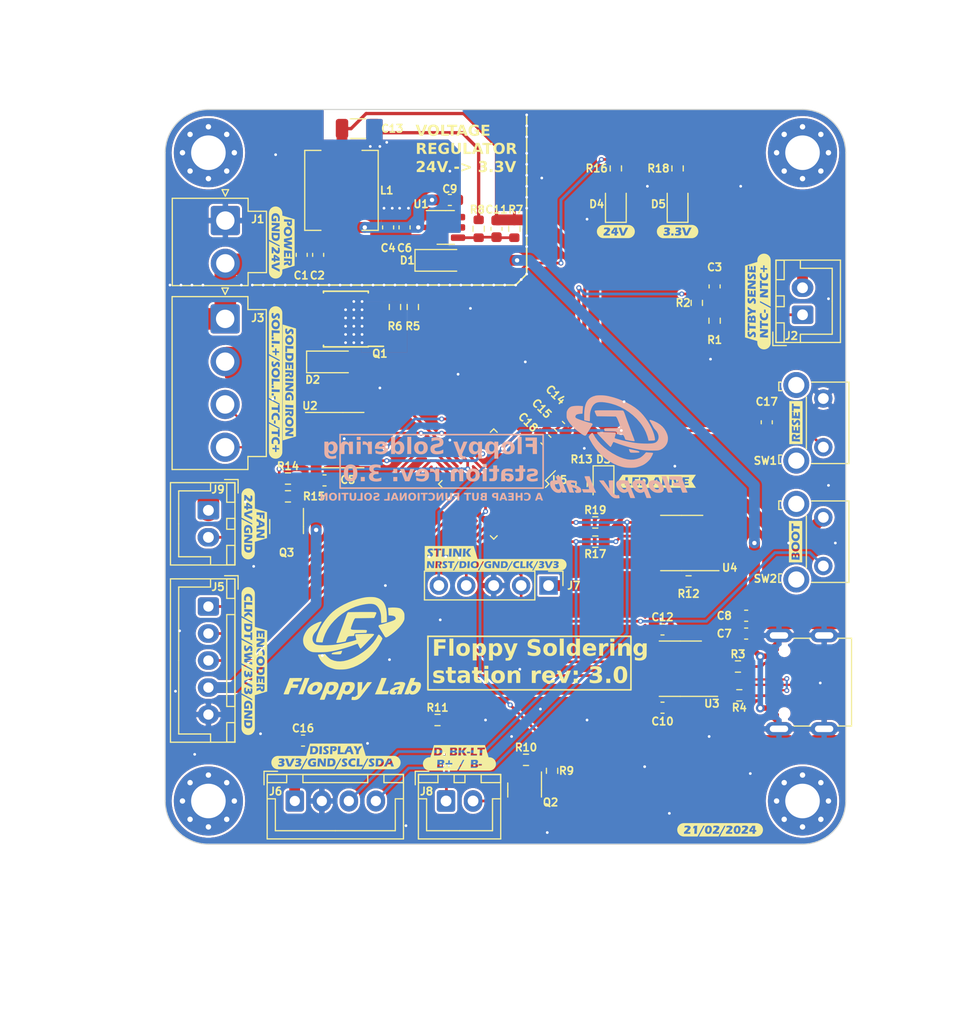
<source format=kicad_pcb>
(kicad_pcb (version 20240108) (generator "pcbnew") (generator_version "8.0")
  (title_block (title "Floppy Soldering Station 3.0") (date "2024-02-20") (rev "1.0") (company "Floppy  Lab"))
  (layers (0 "F.Cu" signal) (31 "B.Cu" signal) (34 "B.Paste" user) (35 "F.Paste" user) (36 "B.SilkS" user "B.Silkscreen") (37 "F.SilkS" user "F.Silkscreen") (38 "B.Mask" user) (39 "F.Mask" user) (44 "Edge.Cuts" user))
  (net 0 "")
  (net 1 "+24V")
  (net 2 "GND")
  (net 3 "/STBY_NTC")
  (net 4 "+3V3")
  (net 5 "VBUS")
  (net 6 "/NRST")
  (net 7 "/STILO+")
  (net 8 "Net-(D3-A)")
  (net 9 "Net-(D4-A)")
  (net 10 "Net-(D5-A)")
  (net 11 "Net-(J2-Pin_1)")
  (net 12 "/T{slash}C+")
  (net 14 "Net-(J4-CC1)")
  (net 15 "/D-")
  (net 16 "/D+")
  (net 18 "Net-(J4-CC2)")
  (net 19 "/ENCODER_CLK")
  (net 20 "/ENCODER_DT")
  (net 21 "/ENCODER_SW")
  (net 22 "/I2C1_SCL")
  (net 23 "/I2C1_SDA")
  (net 24 "/PA14{slash}SWCLK{slash}BOOT0")
  (net 25 "/PA13{slash}SWDIO")
  (net 26 "Net-(J8-Pin_1)")
  (net 27 "Net-(J8-Pin_2)")
  (net 28 "Net-(J9-Pin_2)")
  (net 29 "Net-(Q1-G)")
  (net 30 "Net-(Q2-G)")
  (net 31 "Net-(Q3-G)")
  (net 32 "/STILO_PWM")
  (net 33 "/BUCKLIGHT_PWM")
  (net 34 "/WP")
  (net 35 "Net-(U5-PC15)")
  (net 36 "/FAN_PWM")
  (net 39 "/MCU_RX")
  (net 40 "/MCU_TX")
  (net 48 "/STILO_TEMP_CSN")
  (net 49 "/STILO_TEMP_SCK")
  (net 50 "/STILO_TEMP_MISO")
  (net 71 "/T{slash}C-")
  (net 72 "/BUCK_BOOT")
  (net 73 "/BUCK_SW")
  (net 74 "/BUCK_FBK")
  (footprint "Connector_PinHeader_2.54mm:PinHeader_1x05_P2.54mm_Vertical" (layer "F.Cu") (at 159.491 106.061 -90)
    (property "Reference" "J7")
    (property "Value" "ST-LINK")
  )
  (footprint "kibuzzard-65D5D7E7" (layer "F.Cu") (at 171.434 73.295)
    (property "Reference" "kibuzzard-65D5D7E7" (hide yes))
    (property "Value" "G***" (hide yes))
  )
  (footprint "Capacitor_SMD:C_1206_3216Metric" (layer "F.Cu") (at 141.843 63.77)
    (property "Reference" "C13")
    (property "Value" "47u")
  )
  (footprint "MountingHole:MountingHole_3.2mm_M3_Pad_Via" (layer "F.Cu") (at 128 126 -90)
    (property "Reference" "H2" (hide yes))
    (property "Value" "MountingHole")
  )
  (footprint "Capacitor_SMD:C_0603_1608Metric" (layer "F.Cu") (at 138.16 75.454 90)
    (property "Reference" "C2")
    (property "Value" "100n")
  )
  (footprint "Connector_JST:JST_XH_B2B-XH-A_1x02_P2.50mm_Vertical" (layer "F.Cu") (at 183 81 90)
    (property "Reference" "J2")
    (property "Value" "NTC STBY")
  )
  (footprint "Resistor_SMD:R_0603_1608Metric" (layer "F.Cu") (at 153.019 73.041 -90)
    (property "Reference" "R8")
    (property "Value" "22.1k")
  )
  (footprint "Resistor_SMD:R_0603_1608Metric" (layer "F.Cu") (at 163.814 101.997)
    (property "Reference" "R17")
    (property "Value" "5.1k")
  )
  (footprint "Connector_JST:JST_XH_B2B-XH-A_1x02_P2.50mm_Vertical" (layer "F.Cu") (at 150 126)
    (property "Reference" "J8")
    (property "Value" "DISPLAY BUCKLIGHT")
  )
  (footprint "MountingHole:MountingHole_3.2mm_M3_Pad_Via" (layer "F.Cu") (at 128 66 -90)
    (property "Reference" "H1" (hide yes))
    (property "Value" "MountingHole")
  )
  (footprint "Resistor_SMD:R_0603_1608Metric" (layer "F.Cu") (at 174.863 81.55 -90)
    (property "Reference" "R1")
    (property "Value" "1k")
  )
  (footprint "Capacitor_SMD:C_0603_1608Metric" (layer "F.Cu") (at 146.161 72.914 90)
    (property "Reference" "C6")
    (property "Value" "100n")
  )
  (footprint "Package_QFP:LQFP-48_7x7mm_P0.5mm" (layer "F.Cu") (at 154.416 96.663 -135)
    (property "Reference" "U5")
    (property "Value" "STM32G070CBTx")
  )
  (footprint "Package_TO_SOT_SMD:SOT-23" (layer "F.Cu") (at 157.274 124.984 -90)
    (property "Reference" "Q2")
    (property "Value" "AO3400A")
  )
  (footprint "kibuzzard-65D5D52E" (layer "F.Cu") (at 179.435 79.772 90)
    (property "Reference" "kibuzzard-65D5D52E" (hide yes))
    (property "Value" "G***" (hide yes))
  )
  (footprint "Resistor_SMD:R_0603_1608Metric" (layer "F.Cu") (at 162.544 96.663 -90)
    (property "Reference" "R13")
    (property "Value" "1k")
  )
  (footprint "kibuzzard-65D5D557" (layer "F.Cu") (at 182.356 101.997 90)
    (property "Reference" "kibuzzard-65D5D557" (hide yes))
    (property "Value" "G***" (hide yes))
  )
  (footprint "Resistor_SMD:R_0603_1608Metric" (layer "F.Cu") (at 177.149 116.221 180)
    (property "Reference" "R4")
    (property "Value" "5.1k")
  )
  (footprint "Connector_JST:JST_XH_B4B-XH-A_1x04_P2.50mm_Vertical" (layer "F.Cu") (at 136 126)
    (property "Reference" "J6")
    (property "Value" "DISPLAY")
  )
  (footprint "Connector_JST:JST_XH_B5B-XH-A_1x05_P2.50mm_Vertical" (layer "F.Cu") (at 128 108 -90)
    (property "Reference" "J5")
    (property "Value" "ENCODER")
  )
  (footprint "Capacitor_SMD:C_0603_1608Metric" (layer "F.Cu") (at 170.037 110.125)
    (property "Reference" "C12")
    (property "Value" "100n")
  )
  (footprint "Capacitor_SMD:C_0603_1608Metric" (layer "F.Cu") (at 174.863 78.375 90)
    (property "Reference" "C3")
    (property "Value" "4.7u")
  )
  (footprint "Capacitor_SMD:C_0603_1608Metric" (layer "F.Cu") (at 161.782 90.059 135)
    (property "Reference" "C14")
    (property "Value" "4.7u")
  )
  (footprint "Inductor_SMD:L_Abracon_ASPI-0630LR" (layer "F.Cu") (at 140.319 69.485 90)
    (property "Reference" "L1")
    (property "Value" "FXL0630-100-M")
  )
  (footprint "Capacitor_SMD:C_0603_1608Metric" (layer "F.Cu") (at 150.352 70.374)
    (property "Reference" "C9")
    (property "Value" "100n")
  )
  (footprint "Diode_SMD:D_SOD-123F" (layer "F.Cu") (at 139.303 85.36)
    (property "Reference" "D2")
    (property "Value" "SM4007PL")
  )
  (footprint "Resistor_SMD:R_0603_1608Metric" (layer "F.Cu") (at 145.272 80.28 -90)
    (property "Reference" "R6")
    (property "Value" "100k")
  )
  (footprint "kibuzzard-65D5D3BD" (layer "F.Cu") (at 139.811 121.301)
    (property "Reference" "kibuzzard-65D5D3BD" (hide yes))
    (property "Value" "G***" (hide yes))
  )
  (footprint "Resistor_SMD:R_0603_1608Metric" (layer "F.Cu") (at 159.814 123.206 90)
    (property "Reference" "R9")
    (property "Value" "1k")
  )
  (footprint "LED_SMD:LED_0805_2012Metric" (layer "F.Cu") (at 165.719 70.755 90)
    (property "Reference" "D4")
    (property "Value" "24V")
  )
  (footprint "kibuzzard-65D5D366" (layer "F.Cu") (at 132.826 113.046 -90)
    (property "Reference" "kibuzzard-65D5D366" (hide yes))
    (property "Value" "G***" (hide yes))
  )
  (footprint "Resistor_SMD:R_0603_1608Metric" (layer "F.Cu") (at 163.814 100.219 180)
    (property "Reference" "R19")
    (property "Value" "5.1k")
  )
  (footprint "Resistor_SMD:R_0603_1608Metric" (layer "F.Cu") (at 135.366 96.155 180)
    (property "Reference" "R14")
    (property "Value" "1k")
  )
  (footprint "kibuzzard-65D5D5E6" (layer "F.Cu") (at 150.479 103.013)
    (property "Reference" "kibuzzard-65D5D5E6" (hide yes))
    (property "Value" "G***" (hide yes))
  )
  (footprint "MountingHole:MountingHole_3.2mm_M3_Pad_Via" (layer "F.Cu") (at 183 66 -90)
    (property "Reference" "H4" (hide yes))
    (property "Value" "MountingHole")
  )
  (footprint "kibuzzard-65D5CEBD" (layer "F.Cu") (at 131.683 113.046 -90)
    (property "Reference" "kibuzzard-65D5CEBD" (hide yes))
    (property "Value" "G***" (hide yes))
  )
  (footprint "Capacitor_SMD:C_0603_1608Metric" (layer "F.Cu") (at 179.689 90.948 90)
    (property "Reference" "C17")
    (property "Value" "100n")
  )
  (footprint "Resistor_SMD:R_0603_1608Metric" (layer "F.Cu") (at 177.022 113.554)
    (property "Reference" "R3")
    (property "Value" "5.1k")
  )
  (footprint "Button_Switch_THT:SW_SPST_Omron_B3F-315x_Angled" (layer "F.Cu") (at 184.925 99.749999 -90)
    (property "Reference" "SW2")
    (property "Value" "BOOT0")
  )
  (footprint "Capacitor_SMD:C_0603_1608Metric" (layer "F.Cu") (at 159.242 92.599 -45)
    (property "Reference" "C18")
    (property "Value" "100n")
  )
  (footprint "LOGO" (layer "F.Cu") (at 141.716 111.903)
    (property "Reference" "G***" (hide yes))
    (property "Value" "LOGO" (hide yes))
  )
  (footprint "kibuzzard-65D5D69C" (layer "F.Cu") (at 154.591931 104.132479)
    (property "Reference" "kibuzzard-65D5D69C" (hide yes))
    (property "Value" "G***" (hide yes))
  )
  (footprint "Package_TO_SOT_SMD:SOT-23" (layer "F.Cu") (at 135.239 100.6 -90)
    (property "Reference" "Q3")
    (property "Value" "AO3400A")
  )
  (footprint "Package_SO:SOIC-8_3.9x4.9mm_P1.27mm" (layer "F.Cu") (at 140.446 92.599)
    (property "Reference" "U2")
    (property "Value" "MAX6675")
  )
  (footprint "MountingHole:MountingHole_3.2mm_M3_Pad_Via" (layer "F.Cu") (at 183 126 -90)
    (property "Reference" "H3" (hide yes))
    (property "Value" "MountingHole")
  )
  (footprint "Package_SO:SOIC-8_3.9x4.9mm_P1.27mm" (layer "F.Cu") (at 171.688 113.7572 180)
    (property "Reference" "U3")
    (property "Value" "CH340N")
  )
  (footprint "Capacitor_SMD:C_0603_1608Metric" (layer "F.Cu") (at 154.67 73.041 90)
    (property "Reference" "C11")
    (property "Value" "56p")
  )
  (footprint "Connector_JST:JST_XH_B2B-XH-A_1x02_P2.50mm_Vertical" (layer "F.Cu") (at 128 99.097 -90)
    (property "Reference" "J9")
    (property "Value" "FAN")
  )
  (footprint "_MIA:USB_C_304A-ACP16X" (layer "F.Cu") (at 185 115 90)
    (property "Reference" "J4" (hide yes))
    (property "Value" "USB-C_304A-ACP16X")
  )
  (footprint "kibuzzard-65D5D519" (layer "F.Cu") (at 151.241 122.571)
    (property "Reference" "kibuzzard-65D5D519" (hide yes))
    (property "Value" "G***" (hide yes))
  )
  (footprint "kibuzzard-65D5D4B6" (layer "F.Cu") (at 151.241 121.428)
    (property "Reference" "kibuzzard-65D5D4B6" (hide yes))
    (property "Value" "G***" (hide yes))
  )
  (footprint "Capacitor_SMD:C_0603_1608Metric" (layer "F.Cu") (at 144.637 72.914 90)
    (property "Reference" "C4")
    (property "Value" "10u")
  )
  (footprint "Capacitor_SMD:C_0603_1608Metric" (layer "F.Cu") (at 170.037 117.364)
    (property "Reference" "C10")
    (property "Value" "100n")
  )
  (footprint "kibuzzard-65D5D342" (layer "F.Cu") (at 132.826 100.473 -90)
    (property "Reference" "kibuzzard-65D5D342" (hide yes))
    (property "Value" "G***" (hide yes))
  )
  (footprint "kibuzzard-65D5CE26" (layer "F.Cu") (at 134.223 74.311 -90)
    (property "Reference" "kibuzzard-65D5CE26" (hide yes))
    (property "Value" "G***" (hide yes))
  )
  (footprint "_My_ic:PG-DSO-8" (layer "F.Cu") (at 140.827 81.384 180)
    (property "Reference" "Q1")
    (property "Value" "BSO110N03MSG")
  )
  (footprint "Capacitor_SMD:C_0603_1608Metric" (layer "F.Cu") (at 136.763 120.412)
    (property "Reference" "C16")
    (property "Value" "100n")
  )
  (footprint "Resistor_SMD:R_0603_1608Metric" (layer "F.Cu") (at 165.719 67.453 -90)
    (property "Reference" "R16")
    (property "Value" "1k")
  )
  (footprint "LED_SMD:LED_0805_2012Metric" (layer "F.Cu") (at 164.576 96.663 -90)
    (property "Reference" "D3")
    (property "Value" "LED_ALIVE")
  )
  (footprint "Capacitor_SMD:C_0603_1608Metric" (layer "F.Cu") (at 136.636 75.454 90)
    (property "Reference" "C1")
    (property "Value" "10u")
  )
  (footprint "Capacitor_SMD:C_0603_1608Metric" (layer "F.Cu") (at 177.784 108.855 180)
    (property "Reference" "C8")
    (property "Value" "100n")
  )
  (footprint "NetTie:NetTie-2_SMD_Pad0.5mm" (layer "F.Cu") (at 136.255 91.456 -90)
    (property "Reference" "NT1" (hide yes))
    (property "Value" "T/C- to GND" (hide yes))
  )
  (footprint "Resistor_SMD:R_0603_1608Metric" (layer "F.Cu") (at 172.45 105.68)
    (property "Reference" "R12")
    (property "Value" "10k")
  )
  (footprint "kibuzzard-65D5D3CA" (layer "F.Cu") (at 139.811 122.444)
    (property "Reference" "kibuzzard-65D5D3CA" (hide yes))
    (property "Value" "G***" (hide yes))
  )
  (footprint "Resistor_SMD:R_0603_1608Metric" (layer "F.Cu") (at 156.321 73.041 90)
    (property "Reference" "R7")
    (property "Value" "100k")
  )
  (footprint "Button_Switch_THT:SW_SPST_Omron_B3F-315x_Angled" (layer "F.Cu") (at 184.925 88.749999 -90)
    (property "Reference" "SW1")
    (property "Value" "RESET")
  )
  (footprint "Package_TO_SOT_SMD:SOT-23-6" (layer "F.Cu") (at 149.971 72.914)
    (property "Reference" "U1")
    (property "Value" "TPS54202DDC")
  )
  (footprint "Capacitor_SMD:C_0603_1608Metric" (layer "F.Cu") (at 138.749552 96.329745 180)
    (property "Reference" "C5")
    (property "Value" "100n")
  )
  (footprint "kibuzzard-65D5D545" (layer "F.Cu") (at 182.388193 90.978524 90)
    (property "Reference" "kibuzzard-65D5D545" (hide yes))
    (property "Value" "G***" (hide yes))
  )
  (footprint "kibuzzard-65D5D985" (layer "F.Cu") (at 175.371 128.667)
    (property "Reference" "kibuzzard-65D5D985" (hide yes))
    (property "Value" "G***" (hide yes))
  )
  (footprint "kibuzzard-65D5D154" (layer "F.Cu") (at 135.366 74.311 -90)
    (property "Reference" "kibuzzard-65D5D154" (hide yes))
    (property "Value" "G***" (hide yes))
  )
  (footprint "Capacitor_SMD:C_0603_1608Metric" (layer "F.Cu") (at 177.784 110.506 180)
    (property "Reference" "C7")
    (property "Value" "10u")
  )
  (footprint "Resistor_SMD:R_0603_1608Metric" (layer "F.Cu") (at 146.923 80.28 90)
    (property "Reference" "R5")
    (property "Value" "510")
  )
  (footprint "kibuzzard-65D705D3" (layer "F.Cu") (at 169.529 96.409)
    (property "Reference" "kibuzzard-65D705D3" (hide yes))
    (property "Value" "G***" (hide yes))
  )
  (footprint "Connector_JST:JST_VH_B4P-VH-B_1x04_P3.96mm_Vertical" (layer "F.Cu") (at 129.55 81.3795 -90)
    (property "Reference" "J3")
    (property "Value" "STILO")
  )
  (footprint "Diode_SMD:D_SOD-123F" (layer "F.Cu") (at 149.336 75.962)
    (property "Reference" "D1")
    (property "Value" "SM4007PL")
  )
  (footprint "Resistor_SMD:R_0603_1608Metric" (layer "F.Cu") (at 171.434 67.453 -90)
    (property "Reference" "R18")
    (property "Value" "1k")
  )
  (footprint "kibuzzard-65D5D1D2" (layer "F.Cu") (at 134.223 87.265 -90)
    (property "Reference" "kibuzzard-65D5D1D2" (hide yes))
    (property "Value" "G***" (hide yes))
  )
  (footprint "Resistor_SMD:R_0603_1608Metric" (layer "F.Cu") (at 157.401 122.19 180)
    (property "Reference" "R10")
    (property "Value" "100k")
  )
  (footprint "Resistor_SMD:R_0603_1608Metric" (layer "F.Cu") (at 173.212 79.899 90)
    (property "Reference" "R2")
    (property "Value" "1k")
  )
  (footprint "Capacitor_SMD:C_0603_1608Metric" (layer "F.Cu") (at 160.512 91.329 135)
    (property "Reference" "C15")
    (property "Value" "100n")
  )
  (footprint "Resistor_SMD:R_0603_1608Metric" (layer "F.Cu") (at 135.366 97.806 180)
    (property "Reference" "R15")
    (property "Value" "100k")
  )
  (footprint "kibuzzard-65D5D32E" (layer "F.Cu") (at 131.683 100.346 -90)
    (property "Reference" "kibuzzard-65D5D32E" (hide yes))
    (property "Value" "G***" (hide yes))
  )
  (footprint "kibuzzard-65D5D1B7" (layer "F.Cu") (at 135.493 87.265 -90)
    (property "Reference" "kibuzzard-65D5D1B7" (hide yes))
    (property "Value" "G***" (hide yes))
  )
  (footprint "LED_SMD:LED_0805_2012Metric" (layer "F.Cu") (at 171.434 70.755 90)
    (property "Reference" "D5")
    (property "Value" "3V3")
  )
  (footprint "Connector_JST:JST_VH_B2P-VH-B_1x02_P3.96mm_Vertical" (layer "F.Cu") (at 129.566 72.279 -90)
    (property "Reference" "J1")
    (property "Value" "24V")
  )
  (footprint "Resistor_SMD:R_0603_1608Metric" (layer "F.Cu") (at 149.209 118.507 180)
    (property "Reference" "R11")
    (property "Value" "100")
  )
  (footprint "kibuzzard-65D5D4FE" (layer "F.Cu") (at 178.292 79.772 90)
    (property "Reference" "kibuzzard-65D5D4FE" (hide yes))
    (property "Value" "G***" (hide yes))
  )
  (footprint "kibuzzard-65D5D7D5" (layer "F.Cu") (at 165.719 73.295)
    (property "Reference" "kibuzzard-65D5D7D5" (hide yes))
    (property "Value" "G***" (hide yes))
  )
  (footprint "Package_SO:SOIC-8_3.9x4.9mm_P1.27mm" (layer "F.Cu") (at 171.815 102.124 180)
    (property "Reference" "U4")
    (property "Value" "AT24C32")
  )
  (footprint "LOGO" (layer "B.Cu") (at 165.592 93.234 180)
    (property "Reference" "G***" (hide yes))
    (property "Value" "LOGO" (hide yes))
  )
  (gr_rect (start 140.192 92.091) (end 158.988 97.044) (stroke (width 0.15)) (fill none) (layer "B.SilkS"))
  (gr_line (start 157.464 77.232) (end 157.464 62.5) (stroke (width 0.15)) (layer "F.SilkS"))
  (gr_line (start 132.064 78.248) (end 156.448 78.248) (stroke (width 0.15)) (layer "F.SilkS"))
  (gr_rect (start 148.32 110.76) (end 167.116 115.713) (stroke (width 0.15)) (fill none) (layer "F.SilkS"))
  (gr_line (start 156.448 78.248) (end 157.464 77.232) (stroke (width 0.15)) (layer "F.SilkS"))
  (gr_arc (start 183 62) (mid 185.828427 63.171573) (end 187 66) (stroke (width 0.1)) (layer "Edge.Cuts"))
  (gr_arc (start 187 126) (mid 185.828427 128.828427) (end 183 130) (stroke (width 0.1)) (layer "Edge.Cuts"))
  (gr_arc (start 124 66) (mid 125.171573 63.171573) (end 128 62) (stroke (width 0.1)) (layer "Edge.Cuts"))
  (gr_line (start 187 126) (end 187 66) (stroke (width 0.1)) (layer "Edge.Cuts"))
  (gr_line (start 124 66) (end 124 126) (stroke (width 0.1)) (layer "Edge.Cuts"))
  (gr_line (start 128 130) (end 183 130) (stroke (width 0.1)) (layer "Edge.Cuts"))
  (gr_line (start 183 62) (end 128 62) (stroke (width 0.1)) (layer "Edge.Cuts"))
  (gr_arc (start 128 130) (mid 125.171573 128.828427) (end 124 126) (stroke (width 0.1)) (layer "Edge.Cuts"))
  (gr_text "Floppy Soldering\nstation rev: 3.0" (at 158.607 96.663 0) (layer "B.SilkS") (effects (font (size 1.5 1.5)) (justify left bottom mirror)))
  (gr_text "A CHEAP BUT FUNCTIONAL SOLUTION" (at 158.988 98.314 0) (layer "B.SilkS") (effects (font (size 0.7 0.7)) (justify left bottom mirror)))
  (gr_text "Floppy Soldering\nstation rev: 3.0" (at 148.701 115.332 0) (layer "F.SilkS") (effects (font (size 1.5 1.5)) (justify left bottom)))
  (gr_text "VOLTAGE\nREGULATOR\n24V -> 3.3V" (at 147.177 67.961 0) (layer "F.SilkS") (effects (font (size 1 1)) (justify left bottom)))
  (segment (start 128 96.536) (end 126.095 94.631) (width 2) (layer "F.Cu") (net 1))
  (segment (start 156.968 76.839) (end 148.813 76.839) (width 0.254) (layer "F.Cu") (net 1))
  (segment (start 127.4085 81.3795) (end 129.55 81.3795) (width 2) (layer "F.Cu") (net 1))
  (segment (start 157.591 76.216) (end 156.968 76.839) (width 0.254) (layer "F.Cu") (net 1))
  (segment (start 126.095 82.693) (end 127.4085 81.3795) (width 2) (layer "F.Cu") (net 1))
  (segment (start 128 99.097) (end 128 96.536) (width 2) (layer "F.Cu") (net 1))
  (segment (start 160.639 76.216) (end 157.591 76.216) (width 0.254) (layer "F.Cu") (net 1))
  (segment (start 126.095 94.631) (end 126.095 82.693) (width 2) (layer "F.Cu") (net 1))
  (segment (start 148.813 76.839) (end 147.936 75.962) (width 0.254) (layer "F.Cu") (net 1))
  (segment (start 129.656 76.329) (end 135.507 76.329) (width 2) (layer "F.Cu") (net 1))
  (segment (start 164.385 66.628) (end 165.719 66.628) (width 0.254) (layer "F.Cu") (net 1))
  (segment (start 129.566 76.239) (end 129.566 81.3635) (width 2) (layer "F.Cu") (net 1))
  (segment (start 129.566 81.3635) (end 129.55 81.3795) (width 2) (layer "F.Cu") (net 1))
  (segment (start 129.566 76.239) (end 129.656 76.329) (width 2) (layer "F.Cu") (net 1))
  (via (at 160.639 76.216) (size 0.4572) (drill 0.254) (layers "F.Cu" "B.Cu") (net 1))
  (via (at 164.385 66.628) (size 0.4572) (drill 0.254) (layers "F.Cu" "B.Cu") (net 1))
  (segment (start 160.639 70.374) (end 164.385 66.628) (width 0.254) (layer "B.Cu") (net 1))
  (segment (start 160.639 76.216) (end 160.639 70.374) (width 0.254) (layer "B.Cu") (net 1))
  (segment (start 153.019 65.675) (end 151.495 64.151) (width 0.3048) (layer "F.Cu") (net 2))
  (segment (start 143.699 64.151) (end 143.318 63.77) (width 0.3048) (layer "F.Cu") (net 2))
  (segment (start 161.233992 89.510992) (end 159.963992 90.780992) (width 0.254) (layer "F.Cu") (net 2))
  (segment (start 157.182555 93.542891) (end 157.202093 93.542891) (width 0.254) (layer "F.Cu") (net 2))
  (segment (start 180.82 110.68) (end 180.82 111.225) (width 0.508) (layer "F.Cu") (net 2))
  (segment (start 180.82 111.225) (end 180.245 111.8) (width 0.508) (layer "F.Cu") (net 2))
  (segment (start 136.636 74.679) (end 138.16 74.679) (width 0.762) (layer "F.Cu") (net 2))
  (segment (start 151.495 64.151) (end 143.699 64.151) (width 0.3048) (layer "F.Cu") (net 2))
  (segment (start 158.693992 92.050992) (end 159.963992 90.780992) (width 0.254) (layer "F.Cu") (net 2))
  (segment (start 180.82 118.775) (end 180.245 118.2) (width 0.508) (layer "F.Cu") (net 2))
  (segment (start 153.019 72.216) (end 153.019 65.675) (width 0.3048) (layer "F.Cu") (net 2))
  (segment (start 157.202093 93.542891) (end 158.693992 92.050992) (width 0.254) (layer "F.Cu") (net 2))
  (segment (start 180.82 119.32) (end 180.82 118.775) (width 0.508) (layer "F.Cu") (net 2))
  (via (at 132.826 119.777) (size 0.4572) (drill 0.254) (layers "F.Cu" "B.Cu") (net 2))
  (via (at 142.224 82.82) (size 0.4572) (drill 0.254) (layers "F.Cu" "B.Cu") (net 2))
  (via (at 157.464 74.692) (size 0.4572) (drill 0.254) (layers "F.Cu" "B.Cu") (net 2))
  (via (at 145.7038 71.136) (size 0.4572) (drill 0.254) (layers "F.Cu" "B.Cu") (net 2))
  (via (at 157.464 66.056) (size 0.4572) (drill 0.254) (layers "F.Cu" "B.Cu") (net 2))
  (via (at 156.956 77.74) (size 0.4572) (drill 0.254) (layers "F.Cu" "B.Cu") (net 2))
  (via (at 140.7 80.534) (size 0.4572) (drill 0.254) (layers "F.Cu" "B.Cu") (net 2))
  (via (at 157.464 73.676) (size 0.4572) (drill 0.254) (layers "F.Cu" "B.Cu") (net 2))
  (via (at 157.464 63.516) (size 0.4572) (drill 0.254) (layers "F.Cu" "B.Cu") (net 2))
  (via (at 142.986 65.421) (size 0.4572) (drill 0.254) (layers "F.Cu" "B.Cu") (net 2))
  (via (at 155.432 78.248) (size 0.4572) (drill 0.254) (layers "F.Cu" "B.Cu") (net 2))
  (via (at 157.464 70.12) (size 0.4572) (drill 0.254) (layers "F.Cu" "B.Cu") (net 2))
  (via (at 150.352 92.599) (size 0.4572) (drill 0.254) (layers "F.Cu" "B.Cu") (net 2))
  (via (at 177.276 69.104) (size 0.4572) (drill 0.254) (layers "F.Cu" "B.Cu") (net 2))
  (via (at 168.64 69.104) (size 0.4572) (drill 0.254) (layers "F.Cu" "B.Cu") (net 2))
  (via (at 141.462 79.772) (size 0.4572) (drill 0.254) (layers "F.Cu" "B.Cu") (net 2))
  (via (at 149.463 109.236) (size 0.4572) (drill 0.254) (layers "F.Cu" "B.Cu") (net 2))
  (via (at 143.875 65.421) (size 0.4572) (drill 0.254) (layers "F.Cu" "B.Cu") (net 2))
  (via (at 174.482 85.106) (size 0.4572) (drill 0.254) (layers "F.Cu" "B.Cu") (net 2))
  (via (at 142.224 81.296) (size 0.4572) (drill 0.254) (layers "F.Cu" "B.Cu") (net 2))
  (via (at 144.256 71.136) (size 0.4572) (drill 0.254) (layers "F.Cu" "B.Cu") (net 2))
  (via (at 146.5166 71.136) (size 0.4572) (drill 0.254) (layers "F.Cu" "B.Cu") (net 2))
  (via (at 126.476 78.248) (size 0.4572) (drill 0.254) (layers "F.Cu" "B.Cu") (net 2))
  (via (at 141.208 78.248) (size 0.4572) (drill 0.254) (layers "F.Cu" "B.Cu") (net 2))
  (via (at 124.952 115.84) (size 0.4572) (drill 0.254) (layers "F.Cu" "B.Cu") (net 2))
  (via (at 150.352 67.707) (size 0.4572) (drill 0.254) (layers "F.Cu" "B.Cu") (net 2))
  (via (at 163.052 72.152) (size 0.4572) (drill 0.254) (layers "F.Cu" "B.Cu") (net 2))
  (via (at 151.114 86.503) (size 0.4572) (drill 0.254) (layers "F.Cu" "B.Cu") (net 2))
  (via (at 157.464 68.088) (size 0.4572) (drill 0.254) (layers "F.Cu" "B.Cu") (net 2))
  (via (at 134.223 66.183) (size 0.4572) (drill 0.254) (layers "F.Cu" "B.Cu") (net 2))
  (via (at 144.51 65.04) (size 0.4572) (drill 0.254) (layers "F.Cu" "B.Cu") (net 2))
  (via (at 127.492 78.248) (size 0.4572) (drill 0.254) (layers "F.Cu" "B.Cu") (net 2))
  (via (at 151.241 103.521) (size 0.4572) (drill 0.254) (layers "F.Cu" "B.Cu") (net 2))
  (via (at 163.052 118.507) (size 0.4572) (drill 0.254) (layers "F.Cu" "B.Cu") (net 2))
  (via (at 141.462 82.82) (size 0.4572) (drill 0.254) (layers "F.Cu" "B.Cu") (net 2))
  (via (at 133.969 88.789) (size 0.4572) (drill 0.254) (layers "F.Cu" "B.Cu") (net 2))
  (via (at 153.4 78.248) (size 0.4572) (drill 0.254) (layers "F.Cu" "B.Cu") (net 2))
  (via (at 153.654 118.507) (size 0.4572) (drill 0.254) (layers "F.Cu" "B.Cu") (net 2))
  (via (at 144.256 78.248) (size 0.4572) (drill 0.254) (layers "F.Cu" "B.Cu") (net 2))
  (via (at 140.573 92.472) (size 0.4572) (drill 0.254) (layers "F.Cu" "B.Cu") (net 2))
  (via (at 166.481 89.043) (size 0.4572) (drill 0.254) (layers "F.Cu" "B.Cu") (net 2))
  (via (at 152.384 78.248) (size 0.4572) (drill 0.254) (layers "F.Cu" "B.Cu") (net 2))
  (via (at 157.337 85.36) (size 0.4572) (drill 0.254) (layers "F.Cu" "B.Cu") (net 2))
  (via (at 140.192 78.248) (size 0.4572) (drill 0.254) (layers "F.Cu" "B.Cu") (net 2))
  (via (at 140.7 82.82) (size 0.4572) (drill 0.254) (layers "F.Cu" "B.Cu") (net 2))
  (via (at 149.336 78.248) (size 0.4572) (drill 0.254) (layers "F.Cu" "B.Cu") (net 2))
  (via (at 145.272 78.248) (size 0.4572) (drill 0.254) (layers "F.Cu" "B.Cu") (net 2))
  (via (at 125.333 110.252) (size 0.4572) (drill 0.254) (layers "F.Cu" "B.Cu") (net 2))
  (via (at 142.224 80.534) (size 0.4572) (drill 0.254) (layers "F.Cu" "B.Cu") (net 2))
  (via (at 157.464 64.532) (size 0.4572) (drill 0.254) (layers "F.Cu" "B.Cu") (net 2))
  (via (at 140.7 83.582) (size 0.4572) (drill 0.254) (layers "F.Cu" "B.Cu") (net 2))
  (via (at 140.7 81.296) (size 0.4572) (drill 0.254) (layers "F.Cu" "B.Cu") (net 2))
  (via (at 124.444 78.248) (size 0.4572) (drill 0.254) (layers "F.Cu" "B.Cu") (net 2))
  (via (at 142.224 78.248) (size 0.4572) (drill 0.254) (layers "F.Cu" "B.Cu") (net 2))
  (via (at 185.404 96.79) (size 0.4572) (drill 0.254) (layers "F.Cu" "B.Cu") (net 2))
  (via (at 156.829 113.808) (size 0.4572) (drill 0.254) (layers "F.Cu" "B.Cu") (net 2))
  (via (at 156.067 120.031) (size 0.4572) (drill 0.254) (layers "F.Cu" "B.Cu") (net 2))
  (via (at 145.018 71.136) (size 0.4572) (drill 0.254) (layers "F.Cu" "B.Cu") (net 2))
  (via (at 156.448 78.248) (size 0.4572) (drill 0.254) (layers "F.Cu" "B.Cu") (net 2))
  (via (at 143.24 78.248) (size 0.4572) (drill 0.254) (layers "F.Cu" "B.Cu") (net 2))
  (via (at 154.416 78.248) (size 0.4572) (drill 0.254) (layers "F.Cu" "B.Cu") (net 2))
  (via (at 157.464 69.104) (size 0.4572) (drill 0.254) (layers "F.Cu" "B.Cu") (net 2))
  (via (at 158.734 117.491) (size 0.4572) (drill 0.254) (layers "F.Cu" "B.Cu") (net 2))
  (via (at 151.368 78.248) (size 0.4572) (drill 0.254) (layers "F.Cu" "B.Cu") (net 2))
  (via (at 141.462 82.058) (size 0.4572) (drill 0.254) (layers "F.Cu" "B.Cu") (net 2))
  (via (at 181.721 102.124) (size 0.4572) (drill 0.254) (layers "F.Cu" "B.Cu") (net 2))
  (via (at 148.447 103.394) (size 0.4572) (drill 0.254) (layers "F.Cu" "B.Cu") (net 2))
  (via (at 133.08 78.248) (size 0.4572) (drill 0.254) (layers "F.Cu" "B.Cu") (net 2))
  (via (at 141.462 80.534) (size 0.4572) (drill 0.254) (layers "F.Cu" "B.Cu") (net 2))
  (via (at 131.429 98.314) (size 0.4572) (drill 0.254) (layers "F.Cu" "B.Cu") (net 2))
  (via (at 174.355 120.031) (size 0.4572) (drill 0.254) (layers "F.Cu" "B.Cu") (net 2))
  (via (at 144.764 112.919) (size 0.4572) (drill 0.254) (layers "F.Cu" "B.Cu") (net 2))
  (via (at 131.048 78.248) (size 0.4572) (drill 0.254) (layers "F.Cu" "B.Cu") (net 2))
  (via (at 142.224 79.772) (size 0.4572) (drill 0.254) (layers "F.Cu" "B.Cu") (net 2))
  (via (at 184.642 115.078) (size 0.4572) (drill 0.254) (layers "F.Cu" "B.Cu") (net 2))
  (via (at 132.064 78.248) (size 0.4572) (drill 0.254) (layers "F.Cu" "B.Cu") (net 2))
  (via (at 152.257 80.407) (size 0.4572) (drill 0.254) (layers "F.Cu" "B.Cu") (net 2))
  (via (at 150.352 78.248) (size 0.4572) (drill 0.254) (layers "F.Cu" "B.Cu") (net 2))
  (via (at 142.224 82.058) (size 0.4572) (drill 0.254) (layers "F.Cu" "B.Cu") (net 2))
  (via (at 170.672 127.143) (size 0.4572) (drill 0.254) (layers "F.Cu" "B.Cu") (net 2))
  (via (at 159.369 128.921) (size 0.4572) (drill 0.254) (layers "F.Cu" "B.Cu") (net 2))
  (via (at 138.16 78.248) (size 0.4572) (drill 0.254) (layers "F.Cu" "B.Cu") (net 2))
  (via (at 158.861 68.342) (size 0.4572) (drill 0.254) (layers "F.Cu" "B.Cu") (net 2))
  (via (at 178.165 123.46) (size 0.4572) (drill 0.254) (layers "F.Cu" "B.Cu") (net 2))
  (via (at 157.464 71.136) (size 0.4572) (drill 0.254) (layers "F.Cu" "B.Cu") (net 2))
  (via (at 135.112 78.248) (size 0.4572) (drill 0.254) (layers "F.Cu" "B.Cu") (net 2))
  (via (at 136.128 78.248) (size 0.4572) (drill 0.254) (layers "F.Cu" "B.Cu") (net 2))
  (via (at 186.039 102.124) (size 0.4572) (drill 0.254) (layers "F.Cu" "B.Cu") (net 2))
  (via (at 134.096 78.248) (size 0.4572) (drill 0.254) (layers "F.Cu" "B.Cu") (net 2))
  (via (at 146.288 78.248) (size 0.4572) (drill 0.254) (layers "F.Cu" "B.Cu") (net 2))
  (via (at 137.144 78.248) (size 0.4572) (drill 0.254) (layers "F.Cu" "B.Cu") (net 2))
  (via (at 144.383 106.061) (size 0.4572) (drill 0.254) (layers "F.Cu" "B.Cu") (net 2))
  (via (at 141.462 81.296) (size 0.4572) (drill 0.254) (layers "F.Cu" "B.Cu") (net 2))
  (via (at 125.46 78.248) (size 0.4572) (drill 0.254) (layers "F.Cu" "B.Cu") (net 2))
  (via (at 138.541 112.538) (size 0.4572) (drill 0.254) (layers "F.Cu" "B.Cu") (net 2))
  (via (at 149.971 103.394) (size 0.4572) (drill 0.254) (layers "F.Cu" "B.Cu") (net 2))
  (via (at 157.464 77.232) (size 0.4572) (drill 0.254) (layers "F.Cu" "B.Cu") (net 2))
  (via (at 142.224 83.582) (size 0.4572) (drill 0.254) (layers "F.Cu" "B.Cu") (net 2))
  (via (at 157.464 67.072) (size 0.4572) (drill 0.254) (layers "F.Cu" "B.Cu") (net 2))
  (via (at 171.18 95.012) (size 0.4572) (drill 0.254) (layers "F.Cu" "B.Cu") (net 2))
  (via (at 185.404 79.518) (size 0.4572) (drill 0.254) (layers "F.Cu" "B.Cu") (net 2))
  (via (at 143.875 87.773) (size 0.4572) (drill 0.254) (layers "F.Cu" "B.Cu") (net 2))
  (via (at 146.288 128.286) (size 0.4572) (drill 0.254) (layers "F.Cu" "B.Cu") (net 2))
  (via (at 126.73 121.682) (size 0.4572) (drill 0.254) (layers "F.Cu" "B.Cu") (net 2))
  (via (at 142.732 120.666) (size 0.4572) (drill 0.254) (layers "F.Cu" "B.Cu") (net 2))
  (via (at 132.191 104.283) (size 0.4572) (drill 0.254) (layers "F.Cu" "B.Cu") (net 2))
  (via (at 147.304 78.248) (size 0.4572) (drill 0.254) (layers "F.Cu" "B.Cu") (net 2))
  (via (at 162.798 93.361) (size 0.4572) (drill 0.254) (layers "F.Cu" "B.Cu") (net 2))
  (via (at 140.7 82.058) (size 0.4572) (drill 0.254) (layers "F.Cu" "B.Cu") (net 2))
  (via (at 139.176 78.248) (size 0.4572) (drill 0.254) (layers "F.Cu" "B.Cu") (net 2))
  (via (at 141.462 83.582) (size 0.4572) (drill 0.254) (layers "F.Cu" "B.Cu") (net 2))
  (via (at 148.32 78.248) (size 0.4572) (drill 0.254) (layers "F.Cu" "B.Cu") (net 2))
  (via (at 157.464 62.5) (size 0.4572) (drill 0.254) (layers "F.Cu" "B.Cu") (net 2))
  (via (at 168.386 122.825) (size 0.4572) (drill 0.254) (layers "F.Cu" "B.Cu") (net 2))
  (segment (start 162.29 78.502) (end 162.29 84.899912) (width 0.25) (layer "F.Cu") (net 3))
  (segment (start 173.212 79.074) (end 174.787 79.074) (width 0.25) (layer "F.Cu") (net 3))
  (segment (start 171.815 79.074) (end 173.212 79.074) (width 0.25) (layer "F.Cu") (net 3))
  (segment (start 174.787 79.074) (end 174.863 79.15) (width 0.25) (layer "F.Cu") (net 3))
  (segment (start 162.29 84.899912) (end 155.414788 91.775124) (width 0.25) (layer "F.Cu") (net 3))
  (via (at 162.29 78.502) (size 0.4572) (drill 0.254) (layers "F.Cu" "B.Cu") (net 3))
  (via (at 171.815 79.074) (size 0.4572) (drill 0.254) (layers "F.Cu" "B.Cu") (net 3))
  (segment (start 162.862 79.074) (end 171.815 79.074) (width 0.25) (layer "B.Cu") (net 3))
  (segment (start 162.29 78.502) (end 162.862 79.074) (width 0.25) (layer "B.Cu") (net 3))
  (segment (start 162.7345 91.0115) (end 162.330008 90.607008) (width 1) (layer "F.Cu") (net 4))
  (segment (start 156.321 72.216) (end 156.321 65.929) (width 0.254) (layer "F.Cu") (net 4))
  (segment (start 162.7345 90.202516) (end 162.7345 91.0115) (width 1) (layer "F.Cu") (net 4))
  (segment (start 135.988 118.494) (end 135.988 120.412) (width 1) (layer "F.Cu") (net 4))
  (segment (start 171.434 114.824) (end 170.5958 115.6622) (width 1) (layer "F.Cu") (net 4))
  (segment (start 159.790008 93.147008) (end 161.060008 91.877008) (width 0.254) (layer "F.Cu") (net 4))
  (segment (start 159.699758 93.147008) (end 159.790008 93.147008) (width 0.254) (layer "F.Cu") (net 4))
  (segment (start 140.319 66.46) (end 140.368 66.411) (width 1) (layer "F.Cu") (net 4))
  (segment (start 163.052 76.343) (end 163.687 76.343) (width 1) (layer "F.Cu") (net 4))
  (segment (start 163.052 76.343) (end 163.687 76.978) (width 1) (layer "F.Cu") (net 4))
  (segment (start 165.338 104.029) (end 164.639 104.029) (width 1) (layer "F.Cu") (net 4))
  (segment (start 128 115.5) (end 132.994 115.5) (width 1) (layer "F.Cu") (net 4))
  (segment (start 156.321 65.929) (end 156.956 65.294) (width 0.254) (layer "F.Cu") (net 4))
  (segment (start 158.925 72.216) (end 156.321 72.216) (width 1) (layer "F.Cu") (net 4))
  (segment (start 177.719999 98.504) (end 166.354 98.504) (width 1) (layer "F.Cu") (net 4))
  (segment (start 135.5565 118.0625) (end 135.988 118.494) (width 1) (layer "F.Cu") (net 4))
  (segment (start 132.994 115.5) (end 135.5565 118.0625) (width 1) (layer "F.Cu") (net 4))
  (segment (start 164.639 101.997) (end 164.639 103.394) (width 1) (layer "F.Cu") (net 4))
  (segment (start 166.354 94.631) (end 162.7345 91.0115) (width 1) (layer "F.Cu") (net 4))
  (segment (start 136.001 118.507) (end 148.384 118.507) (width 1) (layer "F.Cu") (net 4))
  (segment (start 154.67 65.421) (end 151.622 62.373) (width 0.3048) (layer "F.Cu") (net 4))
  (segment (start 169.262 111.8032) (end 169.213 111.8522) (width 1) (layer "F.Cu") (net 4))
  (segment (start 137.974552 100.910152) (end 137.974552 96.329745) (width 1) (layer "F.Cu") (net 4))
  (segment (start 156.956 65.294) (end 170.799 65.294) (width 0.254) (layer "F.Cu") (net 4))
  (segment (start 170.799 65.294) (end 171.434 65.929) (width 0.254) (layer "F.Cu") (net 4))
  (segment (start 170.5958 115.6622) (end 169.213 115.6622) (width 1) (layer "F.Cu") (net 4))
  (segment (start 169.262 110.125) (end 169.262 111.8032) (width 1) (layer "F.Cu") (net 4))
  (segment (start 163.687 76.343) (end 163.687 77.105) (width 1) (layer "F.Cu") (net 4))
  (segment (start 171.434 65.929) (end 171.434 66.628) (width 0.254) (layer "F.Cu") (net 4))
  (segment (start 170.545 111.903) (end 171.434 112.792) (width 1) (layer "F.Cu") (net 4))
  (segment (start 162.330008 90.607008) (end 161.060008 91.877008) (width 0.254) (layer "F.Cu") (net 4))
  (segment (start 135.5565 118.0625) (end 136.001 118.507) (width 1) (layer "F.Cu") (net 4))
  (segment (start 169.262 104.107) (end 169.34 104.029) (width 1) (layer "F.Cu") (net 4))
  (segment (start 148.384 116.665) (end 149.3868 115.6622) (width 1) (layer "F.Cu") (net 4))
  (segment (start 162.901508 90.035508) (end 162.7345 90.202516) (width 1) (layer "F.Cu") (net 4))
  (segment (start 171.434 112.792) (end 171.434 114.824) (width 1) (layer "F.Cu") (net 4))
  (segment (start 164.639 100.219) (end 166.354 98.504) (width 1) (layer "F.Cu") (net 4))
  (segment (start 142.605 62.373) (end 141.208 63.77) (width 0.3048) (layer "F.Cu") (net 4))
  (segment (start 164.322 76.343) (end 164.449 76.343) (width 1) (layer "F.Cu") (net 4))
  (segment (start 163.687 89.250016) (end 162.901508 90.035508) (width 1) (layer "F.Cu") (net 4))
  (segment (start 163.687 77.105) (end 163.687 89.250016) (width 1) (layer "F.Cu") (net 4))
  (segment (start 183.566999 101.108) (end 180.323999 101.108) (width 1) (layer "F.Cu") (net 4))
  (segment (start 140.368 66.411) (end 140.368 63.77) (width 1) (layer "F.Cu") (net 4))
  (segment (start 135.988 120.412) (end 135.988 125.988) (width 1) (layer "F.Cu") (net 4))
  (segment (start 137.971 96.326193) (end 137.974552 96.329745) (width 1) (layer "F.Cu") (net 4))
  (segment (start 141.208 63.77) (end 140.368 63.77) (width 0.3048) (layer "F.Cu") (net 4))
  (segment (start 184.925 99.749999) (end 183.566999 101.108) (width 1) (layer "F.Cu") (net 4))
  (segment (start 182.229 76.343) (end 164.449 76.343) (width 1) (layer "F.Cu") (net 4))
  (segment (start 169.34 104.029) (end 165.338 104.029) (width 1) (layer "F.Cu") (net 4))
  (segment (start 183 78.5) (end 183 77.114) (width 1) (layer "F.Cu") (net 4))
  (segment (start 169.262 110.125) (end 169.262 104.107) (width 1) (layer "F.Cu") (net 4))
  (segment (start 137.971 94.504) (end 137.971 96.326193) (width 1) (layer "F.Cu") (net 4))
  (segment (start 158.243215 94.603551) (end 159.699758 93.147008) (width 0.254) (layer "F.Cu") (net 4))
  (segment (start 164.449 76.343) (end 163.687 76.343) (width 1) (layer "F.Cu") (net 4))
  (segment (start 169.213 115.6622) (end 149.3868 115.6622) (width 1) (layer "F.Cu") (net 4))
  (segment (start 157.536109 93.896445) (end 158.243215 94.603551) (width 0.254) (layer "F.Cu") (net 4))
  (segment (start 158.925 72.216) (end 163.052 76.343) (width 1) (layer "F.Cu") (net 4))
  (segment (start 166.354 98.504) (end 166.354 94.631) (width 1) (layer "F.Cu") (net 4))
  (segment (start 164.639 101.997) (end 164.639 100.219) (width 1) (layer "F.Cu") (net 4))
  (segment (start 183 77.114) (end 182.229 76.343) (width 1) (layer "F.Cu") (net 4))
  (segment (start 154.67 72.266) (end 154.67 65.421) (width 0.3048) (layer "F.Cu") (net 4))
  (segment (start 180.323999 101.108) (end 177.719999 98.504) (width 1) (layer "F.Cu") (net 4))
  (segment (start 162.607 106.061) (end 159.491 106.061) (width 1) (layer "F.Cu") (net 4))
  (segment (start 165.274 104.029) (end 164.639 103.394) (width 1) (layer "F.Cu") (net 4))
  (segment (start 163.687 76.978) (end 163.687 77.105) (width 1) (layer "F.Cu") (net 4))
  (segment (start 154.72 72.216) (end 154.67 72.266) (width 0.254) (layer "F.Cu") (net 4))
  (segment (start 156.321 72.216) (end 154.72 72.216) (width 1) (layer "F.Cu") (net 4))
  (segment (start 135.988 125.988) (end 136 126) (width 1) (layer "F.Cu") (net 4))
  (segment (start 151.622 62.373) (end 142.605 62.373) (width 0.3048) (layer "F.Cu") (net 4))
  (segment (start 148.384 118.507) (end 148.384 116.665) (width 1) (layer "F.Cu") (net 4))
  (segment (start 169.2638 111.903) (end 170.545 111.903) (width 1) (layer "F.Cu") (net 4))
  (segment (start 169.213 111.8522) (end 169.2638 111.903) (width 1) (layer "F.Cu") (net 4))
  (segment (start 169.213 115.6622) (end 169.213 117.315) (width 1) (layer "F.Cu") (net 4))
  (segment (start 169.213 117.315) (end 169.262 117.364) (width 1) (layer "F.Cu") (net 4))
  (segment (start 162.901508 90.035508) (end 162.330008 90.607008) (width 1) (layer "F.Cu") (net 4))
  (segment (start 165.338 104.029) (end 165.274 104.029) (width 1) (layer "F.Cu") (net 4))
  (segment (start 164.639 103.394) (end 164.639 104.029) (width 1) (layer "F.Cu") (net 4))
  (segment (start 164.639 104.029) (end 162.607 106.061) (width 1) (layer "F.Cu") (net 4))
  (via (at 137.974552 100.910152) (size 0.8) (drill 0.4) (layers "F.Cu" "B.Cu") (net 4))
  (segment (start 137.974552 107.770448) (end 130.245 115.5) (width 1) (layer "B.Cu") (net 4))
  (segment (start 137.974552 100.910152) (end 137.974552 107.770448) (width 1) (layer "B.Cu") (net 4))
  (segment (start 130.245 115.5) (end 128 115.5) (width 1) (layer "B.Cu") (net 4))
  (segment (start 178.559 108.855) (end 178.559 110.506) (width 1) (layer "F.Cu") (net 5))
  (segment (start 150.736 75.962) (end 156.575 75.962) (width 1) (layer "F.Cu") (net 5))
  (segment (start 178.559 110.506) (end 178.559 112.095) (width 0.508) (layer "F.Cu") (net 5))
  (segment (start 178.559 112.095) (end 179.09 112.626) (width 0.508) (layer "F.Cu") (net 5))
  (segment (start 178.559 102.137) (end 178.546 102.124) (width 1) (layer "F.Cu") (net 5))
  (segment (start 179.116 112.6) (end 180.245 112.6) (width 0.508) (layer "F.Cu") (net 5))
  (segment (start 179.09 112.626) (end 179.116 112.6) (width 0.508) (layer "F.Cu") (net 5))
  (segment (start 179.09 117.4) (end 180.245 117.4) (width 0.508) (layer "F.Cu") (net 5))
  (segment (start 178.559 108.855) (end 178.559 102.137) (width 1) (layer "F.Cu") (net 5))
  (via (at 179.09 112.626) (size 0.8) (drill 0.4) (layers "F.Cu" "B.Cu") (net 5))
  (via (at 156.575 75.962) (size 0.8) (drill 0.4) (layers "F.Cu" "B.Cu") (net 5))
  (via (at 178.546 102.124) (size 0.8) (drill 0.4) (layers "F.Cu" "B.Cu") (net 5))
  (via (at 179.09 117.4) (size 0.8) (drill 0.4) (layers "F.Cu" "B.Cu") (net 5))
  (segment (start 179.09 112.626) (end 179.09 117.4) (width 0.508) (layer "B.Cu") (net 5))
  (segment (start 178.546 96.79) (end 178.546 102.124) (width 1) (layer "B.Cu") (net 5))
  (segment (start 156.575 75.962) (end 157.718 75.962) (width 1) (layer "B.Cu") (net 5))
  (segment (start 157.718 75.962) (end 178.546 96.79) (width 1) (layer "B.Cu") (net 5))
  (segment (start 183.398001 91.723) (end 179.689 91.723) (width 0.25) (layer "F.Cu") (net 6))
  (segment (start 184.925 93.249999) (end 183.398001 91.723) (width 0.25) (layer "F.Cu") (net 6))
  (segment (start 179.689 91.723) (end 166.24 91.723) (width 0.25) (layer "F.Cu") (net 6))
  (segment (start 166.24 91.723) (end 166.227 91.71) (width 0.25) (layer "F.Cu") (net 6))
  (segment (start 155.210563 93.393563) (end 156.121895 92.482231) (width 0.25) (layer "F.Cu") (net 6))
  (via (at 166.227 91.71) (size 0.4572) (drill 0.254) (layers "F.Cu" "B.Cu") (net 6))
  (via (at 155.210563 93.393563) (size 0.4572) (drill 0.254) (layers "F.Cu" "B.Cu") (net 6))
  (segment (start 149.331 99.273126) (end 149.331 106.061) (width 0.25) (layer "B.Cu") (net 6))
  (segment (start 155.210563 93.393563) (end 149.331 99.273126) (width 0.25) (layer "B.Cu") (net 6))
  (segment (start 156.894126 91.71) (end 155.210563 93.393563) (width 0.25) (layer "B.Cu") (net 6))
  (segment (start 166.227 91.71) (end 156.894126 91.71) (width 0.25) (layer "B.Cu") (net 6))
  (segment (start 163.56 97.6005) (end 164.576 97.6005) (width 0.25) (layer "F.Cu") (net 8))
  (segment (start 163.4475 97.488) (end 163.56 97.6005) (width 0.25) (layer "F.Cu") (net 8))
  (segment (start 162.544 97.488) (end 163.4475 97.488) (width 0.25) (layer "F.Cu") (net 8))
  (segment (start 165.719 68.278) (end 165.719 69.8175) (width 0.25) (layer "F.Cu") (net 9))
  (segment (start 171.434 68.278) (end 171.434 69.8175) (width 0.25) (layer "F.Cu") (net 10))
  (segment (start 174.863 80.725) (end 173.213 80.725) (width 0.25) (layer "F.Cu") (net 11))
  (segment (start 174.863 80.725) (end 181.277 80.725) (width 0.25) (layer "F.Cu") (net 11))
  (segment (start 173.213 80.725) (end 173.212 80.724) (width 0.25) (layer "F.Cu") (net 11))
  (segment (start 181.277 80.725) (end 181.552 81) (width 0.25) (layer "F.Cu") (net 11))
  (segment (start 181.552 81) (end 183 81) (width 0.25) (layer "F.Cu") (net 11))
  (segment (start 137.971 93.234) (end 137.9455 93.2595) (width 0.2) (layer "F.Cu") (net 12))
  (segment (start 137.9455 93.2595) (end 129.55 93.2595) (width 0.2) (layer "F.Cu") (net 12))
  (segment (start 180.245 116.25) (end 178.072 116.25) (width 0.25) (layer "F.Cu") (net 14))
  (segment (start 175.983301 114.75) (end 180.245 114.75) (width 0.2) (layer "F.Cu") (net 15))
  (segment (start 181.5432 114.6716) (end 181.4648 114.75) (width 0.2) (layer "F.Cu") (net 15))
  (segment (start 174.163 114.3922) (end 175.625501 114.3922) (width 0.2) (layer "F.Cu") (net 15))
  (segment (start 175.625501 114.3922) (end 175.983301 114.75) (width 0.2) (layer "F.Cu") (net 15))
  (segment (start 181.5151 115.75) (end 180.245 115.75) (width 0.2) (layer "F.Cu") (net 15))
  (segment (start 181.4648 114.75) (end 180.245 114.75) (width 0.2) (layer "F.Cu") (net 15))
  (segment (start 181.5432 115.7781) (end 181.5151 115.75) (width 0.2) (layer "F.Cu") (net 15))
  (via (at 181.5432 115.7781) (size 0.4572) (drill 0.254) (layers "F.Cu" "B.Cu") (net 15))
  (via (at 181.5432 114.6716) (size 0.4572) (drill 0.254) (layers "F.Cu" "B.Cu") (net 15))
  (segment (start 181.5432 115.7781) (end 181.5432 114.6716) (width 0.2) (layer "B.Cu") (net 15))
  (segment (start 182.102 114.3668) (end 181.848 114.1128) (width 0.2) (layer "F.Cu") (net 16))
  (segment (start 181.848 114.1128) (end 181.354446 114.1128) (width 0.2) (layer "F.Cu") (net 16))
  (segment (start 174.163 115.6622) (end 175.5742 115.6622) (width 0.2) (layer "F.Cu") (net 16))
  (segment (start 181.217246 114.25) (end 180.245 114.25) (width 0.2) (layer "F.Cu") (net 16))
  (segment (start 181.8284 115.25) (end 182.102 114.9764) (width 0.2) (layer "F.Cu") (net 16))
  (segment (start 180.245 115.25) (end 181.8284 115.25) (width 0.2) (layer "F.Cu") (net 16))
  (segment (start 175.9864 115.25) (end 180.245 115.25) (width 0.2) (layer "F.Cu") (net 16))
  (segment (start 181.354446 114.1128) (end 181.217246 114.25) (width 0.2) (layer "F.Cu") (net 16))
  (segment (start 182.102 114.9764) (end 182.102 114.3668) (width 0.2) (layer "F.Cu") (net 16))
  (segment (start 175.5742 115.6622) (end 175.9864 115.25) (width 0.2) (layer "F.Cu") (net 16))
  (segment (start 179.187305 113.554) (end 179.491305 113.25) (width 0.25) (layer "F.Cu") (net 18))
  (segment (start 177.847 113.554) (end 179.187305 113.554) (width 0.25) (layer "F.Cu") (net 18))
  (segment (start 179.491305 113.25) (end 180.245 113.25) (width 0.25) (layer "F.Cu") (net 18))
  (segment (start 147.177 93.869) (end 149.147126 93.869) (width 0.25) (layer "F.Cu") (net 19))
  (segment (start 149.147126 93.869) (end 150.235231 94.957105) (width 0.25) (layer "F.Cu") (net 19))
  (segment (start 133.046 108) (end 147.177 93.869) (width 0.25) (layer "F.Cu") (net 19))
  (segment (start 128 108) (end 133.046 108) (width 0.25) (layer "F.Cu") (net 19))
  (segment (start 132.578 110.5) (end 148.574 94.504) (width 0.25) (layer "F.Cu") (net 20))
  (segment (start 128 110.5) (end 132.578 110.5) (width 0.25) (layer "F.Cu") (net 20))
  (segment (start 149.07502 94.504) (end 149.881678 95.310658) (width 0.25) (layer "F.Cu") (net 20))
  (segment (start 148.574 94.504) (end 149.07502 94.504) (width 0.25) (layer "F.Cu") (net 20))
  (segment (start 132.192336 113) (end 149.528124 95.664212) (width 0.25) (layer "F.Cu") (net 21))
  (segment (start 128 113) (end 132.192336 113) (width 0.25) (layer "F.Cu") (net 21))
  (segment (start 169.34 101.489) (end 166.227 101.489) (width 0.25) (layer "F.Cu") (net 22))
  (segment (start 162.989 101.997) (end 161.517766 101.997) (width 0.25) (layer "F.Cu") (net 22))
  (segment (start 166.227 101.489) (end 165.719 101.997) (width 0.25) (layer "F.Cu") (net 22))
  (segment (start 161.517766 101.997) (end 158.243215 98.722449) (width 0.25) (layer "F.Cu") (net 22))
  (segment (start 162.036 101.997) (end 161.909 101.997) (width 0.25) (layer "F.Cu") (net 22))
  (via (at 165.719 101.997) (size 0.4572) (drill 0.254) (layers "F.Cu" "B.Cu") (net 22))
  (via (at 162.036 101.997) (size 0.4572) (drill 0.254) (layers "F.Cu" "B.Cu") (net 22))
  (segment (start 165.719 101.997) (end 162.036 101.997) (width 0.25) (layer "B.Cu") (net 22))
  (segment (start 145.572 121.428) (end 141 126) (width 0.25) (layer "B.Cu") (net 22))
  (segment (start 153.527 121.428) (end 145.572 121.428) (width 0.25) (layer "B.Cu") (net 22))
  (segment (start 162.036 112.919) (end 153.527 121.428) (width 0.25) (layer "B.Cu") (net 22))
  (segment (start 162.036 112.919) (end 162.036 101.997) (width 0.25) (layer "B.Cu") (net 22))
  (segment (start 166.7858 100.219) (end 166.7604 100.1936) (width 0.25) (layer "F.Cu") (net 23))
  (segment (start 160.446874 100.219) (end 158.596769 98.368895) (width 0.25) (layer "F.Cu") (net 23))
  (segment (start 162.036 100.219) (end 160.446874 100.219) (width 0.25) (layer "F.Cu") (net 23))
  (segment (start 162.036 100.219) (end 162.989 100.219) (width 0.25) (layer "F.Cu") (net 23))
  (segment (start 169.34 100.219) (end 166.7858 100.219) (width 0.25) (layer "F.Cu") (net 23))
  (via (at 166.7604 100.1936) (size 0.4572) (drill 0.254) (layers "F.Cu" "B.Cu") (net 23))
  (via (at 162.036 100.219) (size 0.4572) (drill 0.254) (layers "F.Cu" "B.Cu") (net 23))
  (segment (start 166.7604 110.4806) (end 154.289 122.952) (width 0.25) (layer "B.Cu") (net 23))
  (segment (start 166.7604 100.1936) (end 166.7604 110.4806) (width 0.25) (layer "B.Cu") (net 23))
  (segment (start 166.7604 100.1936) (end 166.735 100.219) (width 0.25) (layer "B.Cu") (net 23))
  (segment (start 146.548 122.952) (end 143.5 126) (width 0.25) (layer "B.Cu") (net 23))
  (segment (start 166.735 100.219) (end 162.036 100.219) (width 0.25) (layer "B.Cu") (net 23))
  (segment (start 154.289 122.952) (end 146.548 122.952) (width 0.25) (layer "B.Cu") (net 23))
  (segment (start 168.005 109.363) (end 158.607 109.363) (width 0.25) (layer "F.Cu") (net 24))
  (segment (start 153.417212 101.550876) (end 156.956 105.089664) (width 0.25) (layer "F.Cu") (net 24))
  (segment (start 158.607 109.363) (end 156.951 107.707) (width 0.25) (layer "F.Cu") (net 24))
  (segment (start 156.956 106.056) (end 156.951 106.061) (width 0.25) (layer "F.Cu") (net 24))
  (segment (start 156.951 107.707) (end 156.951 106.061) (width 0.25) (layer "F.Cu") (net 24))
  (segment (start 156.956 105.089664) (end 156.956 106.056) (width 0.25) (layer "F.Cu") (net 24))
  (via (at 168.005 109.363) (size 0.4572) (drill 0.254) (layers "F.Cu" "B.Cu") (net 24))
  (segment (start 183.688001 103.013) (end 180.451 103.013) (width 0.25) (layer "B.Cu") (net 24))
  (segment (start 184.925 104.249999) (end 183.688001 103.013) (width 0.25) (layer "B.Cu") (net 24))
  (segment (start 174.101 109.363) (end 168.005 109.363) (width 0.25) (layer "B.Cu") (net 24))
  (segment (start 174.101 109.363) (end 180.451 103.013) (width 0.25) (layer "B.Cu") (net 24))
  (segment (start 151.871 102.38998) (end 153.063658 101.197322) (width 0.25) (layer "F.Cu") (net 25))
  (segment (start 151.871 106.061) (end 151.871 102.38998) (width 0.25) (layer "F.Cu") (net 25))
  (segment (start 150.034 125.966) (end 150 126) (width 0.25) (layer "F.Cu") (net 26))
  (segment (start 150.034 118.507) (end 150.034 125.966) (width 0.25) (layer "F.Cu") (net 26))
  (segment (start 152.5 126) (end 157.1955 126) (width 0.25) (layer "F.Cu") (net 27))
  (segment (start 157.1955 126) (end 157.274 125.9215) (width 0.25) (layer "F.Cu") (net 27))
  (segment (start 135.1795 101.597) (end 135.239 101.5375) (width 0.25) (layer "F.Cu") (net 28))
  (segment (start 128 101.597) (end 135.1795 101.597) (width 0.25) (layer "F.Cu") (net 28))
  (segment (start 145.272 79.455) (end 146.923 79.455) (width 0.25) (layer "F.Cu") (net 29))
  (segment (start 145.236 79.491) (end 145.272 79.455) (width 0.25) (layer "F.Cu") (net 29))
  (segment (start 143.5725 79.491) (end 145.236 79.491) (width 0.25) (layer "F.Cu") (net 29))
  (segment (start 158.226 122.19) (end 158.226 124.0445) (width 0.25) (layer "F.Cu") (net 30))
  (segment (start 159.814 124.031) (end 158.2395 124.031) (width 0.25) (layer "F.Cu") (net 30))
  (segment (start 158.2395 124.031) (end 158.224 124.0465) (width 0.25) (layer "F.Cu") (net 30))
  (segment (start 136.191 97.806) (end 136.191 96.155) (width 0.25) (layer "F.Cu") (net 31))
  (segment (start 136.191 99.6605) (end 136.189 99.6625) (width 0.25) (layer "F.Cu") (net 31))
  (segment (start 136.191 97.806) (end 136.191 99.6605) (width 0.25) (layer "F.Cu") (net 31))
  (segment (start 146.923 81.105) (end 146.923 90.23066) (width 0.25) (layer "F.Cu") (net 32))
  (segment (start 146.923 90.23066) (end 150.942338 94.249998) (width 0.25) (layer "F.Cu") (net 32))
  (segment (start 155.94 117.11) (end 159.814 120.984) (width 0.25) (layer "F.Cu") (net 33))
  (segment (start 153.654 95.547446) (end 151.649445 93.542891) (width 0.25) (layer "F.Cu") (net 33))
  (segment (start 159.814 120.984) (end 159.814 122.381) (width 0.25) (layer "F.Cu") (net 33))
  (segment (start 153.654 99.203) (end 153.654 95.547446) (width 0.25) (layer "F.Cu") (net 33))
  (via (at 153.654 99.203) (size 0.4572) (drill 0.254) (layers "F.Cu" "B.Cu") (net 33))
  (via (at 155.94 117.11) (size 0.4572) (drill 0.254) (layers "F.Cu" "B.Cu") (net 33))
  (segment (start 153.654 99.203) (end 153.146 99.711) (width 0.25) (layer "B.Cu") (net 33))
  (segment (start 153.146 114.316) (end 155.94 117.11) (width 0.25) (layer "B.Cu") (net 33))
  (segment (start 153.146 99.711) (end 153.146 114.316) (width 0.25) (layer "B.Cu") (net 33))
  (segment (start 170.799 102.759) (end 169.34 102.759) (width 0.25) (layer "F.Cu") (net 34))
  (segment (start 171.625 105.68) (end 171.625 103.585) (width 0.25) (layer "F.Cu") (net 34))
  (segment (start 171.625 103.585) (end 170.799 102.759) (width 0.25) (layer "F.Cu") (net 34))
  (segment (start 159.176874 94.377) (end 162.036 94.377) (width 0.25) (layer "F.Cu") (net 35))
  (segment (start 162.544 94.885) (end 162.544 95.838) (width 0.25) (layer "F.Cu") (net 35))
  (segment (start 158.596769 94.957105) (end 159.176874 94.377) (width 0.25) (layer "F.Cu") (net 35))
  (segment (start 162.036 94.377) (end 162.544 94.885) (width 0.25) (layer "F.Cu") (net 35))
  (segment (start 134.5532 95.266) (end 134.5532 96.1428) (width 0.25) (layer "F.Cu") (net 36))
  (segment (start 152.003 94.603554) (end 152.003 95.266) (width 0.25) (layer "F.Cu") (net 36))
  (segment (start 134.5532 96.1428) (end 134.541 96.155) (width 0.25) (layer "F.Cu") (net 36))
  (segment (start 151.295891 93.896445) (end 152.003 94.603554) (width 0.25) (layer "F.Cu") (net 36))
  (via (at 134.5532 95.266) (size 0.4572) (drill 0.254) (layers "F.Cu" "B.Cu") (net 36))
  (via (at 152.003 95.266) (size 0.4572) (drill 0.254) (layers "F.Cu" "B.Cu") (net 36))
  (segment (start 134.5532 95.266) (end 152.003 95.266) (width 0.25) (layer "B.Cu") (net 36))
  (segment (start 169.213 113.1222) (end 153.9842 113.1222) (width 0.25) (layer "F.Cu") (net 39))
  (segment (start 150.606 109.744) (end 150.606 101.53366) (width 0.25) (layer "F.Cu") (net 39))
  (segment (start 150.606 101.53366) (end 152.002998 100.136662) (width 0.25) (layer "F.Cu") (net 39))
  (segment (start 153.9842 113.1222) (end 150.606 109.744) (width 0.25) (layer "F.Cu") (net 39))
  (segment (start 147.4564 109.3884) (end 147.4564 102.56194) (width 0.25) (layer "F.Cu") (net 40))
  (segment (start 147.4564 102.56194) (end 150.942338 99.076002) (width 0.25) (layer "F.Cu") (net 40))
  (segment (start 169.213 114.3922) (end 152.4602 114.3922) (width 0.25) (layer "F.Cu") (net 40))
  (segment (start 152.4602 114.3922) (end 147.4564 109.3884) (width 0.25) (layer "F.Cu") (net 40))
  (segment (start 149.59 90.6432) (end 150.871074 90.6432) (width 0.25) (layer "F.Cu") (net 48))
  (segment (start 150.871074 90.6432) (end 152.710105 92.482231) (width 0.25) (layer "F.Cu") (net 48))
  (segment (start 142.921 93.234) (end 144.51 93.234) (width 0.25) (layer "F.Cu") (net 48))
  (via (at 144.51 93.234) (size 0.4572) (drill 0.254) (layers "F.Cu" "B.Cu") (net 48))
  (via (at 149.59 90.6432) (size 0.4572) (drill 0.254) (layers "F.Cu" "B.Cu") (net 48))
  (segment (start 147.1008 90.6432) (end 144.51 93.234) (width 0.25) (layer "B.Cu") (net 48))
  (segment (start 149.59 90.6432) (end 147.1008 90.6432) (width 0.25) (layer "B.Cu") (net 48))
  (segment (start 142.921 94.504) (end 144.51 94.504) (width 0.25) (layer "F.Cu") (net 49))
  (segment (start 153.389766 93.869) (end 152.356551 92.835785) (width 0.25) (layer "F.Cu") (net 49))
  (via (at 144.51 94.504) (size 0.4572) (drill 0.254) (layers "F.Cu" "B.Cu") (net 49))
  (via (at 153.389766 93.869) (size 0.4572) (drill 0.254) (layers "F.Cu" "B.Cu") (net 49))
  (segment (start 144.51 94.504) (end 152.754766 94.504) (width 0.25) (layer "B.Cu") (net 49))
  (segment (start 152.754766 94.504) (end 153.389766 93.869) (width 0.25) (layer "B.Cu") (net 49))
  (segment (start 150.77766 91.964) (end 149.59 91.964) (width 0.25) (layer "F.Cu") (net 50))
  (segment (start 142.921 91.964) (end 147.685 91.964) (width 0.25) (layer "F.Cu") (net 50))
  (segment (start 152.002998 93.189338) (end 150.77766 91.964) (width 0.25) (layer "F.Cu") (net 50))
  (via (at 149.59 91.964) (size 0.4572) (drill 0.254) (layers "F.Cu" "B.Cu") (net 50))
  (via (at 147.685 91.964) (size 0.4572) (drill 0.254) (layers "F.Cu" "B.Cu") (net 50))
  (segment (start 149.59 91.964) (end 147.685 91.964) (width 0.25) (layer "B.Cu") (net 50))
  (segment (start 132.2065 91.956) (end 129.55 89.2995) (width 0.2) (layer "F.Cu") (net 71))
  (segment (start 137.971 91.964) (end 136.263 91.964) (width 0.2) (layer "F.Cu") (net 71))
  (segment (start 136.255 91.956) (end 132.2065 91.956) (width 0.2) (layer "F.Cu") (net 71))
  (segment (start 136.263 91.964) (end 136.255 91.956) (width 0.2) (layer "F.Cu") (net 71))
  (segment (start 151.127 70.374) (end 151.127 71.9455) (width 0.25) (layer "F.Cu") (net 72))
  (segment (start 151.127 71.9455) (end 151.1085 71.964) (width 0.25) (layer "F.Cu") (net 72))
  (segment (start 140.342 72.914) (end 140.319 72.891) (width 0.508) (layer "F.Cu") (net 73))
  (segment (start 149.577 70.374) (end 148.701 70.374) (width 1) (layer "F.Cu") (net 73))
  (segment (start 140.319 72.891) (end 140.319 72.51) (width 0.508) (layer "F.Cu") (net 73))
  (segment (start 142.478 72.914) (end 140.342 72.914) (width 1) (layer "F.Cu") (net 73))
  (segment (start 148.8335 72.914) (end 147.431 72.914) (width 0.508) (layer "F.Cu") (net 73))
  (via (at 142.478 72.914) (size 0.8) (drill 0.4) (layers "F.Cu" "B.Cu") (net 73))
  (via (at 147.431 72.914) (size 0.8) (drill 0.4) (layers "F.Cu" "B.Cu") (net 73))
  (via (at 148.701 70.374) (size 0.8) (drill 0.4) (layers "F.Cu" "B.Cu") (net 73))
  (segment (start 148.193 70.374) (end 147.4706 71.0964) (width 1) (layer "B.Cu") (net 73))
  (segment (start 147.4706 72.8744) (end 147.431 72.914) (width 1) (layer "B.Cu") (net 73))
  (segment (start 147.431 72.914) (end 142.478 72.914) (width 1) (layer "B.Cu") (net 73))
  (segment (start 148.701 70.374) (end 148.193 70.374) (width 1) (layer "B.Cu") (net 73))
  (segment (start 147.4706 71.0964) (end 147.4706 72.8744) (width 1) (layer "B.Cu") (net 73))
  (segment (start 154.72 73.866) (end 154.67 73.816) (width 0.25) (layer "F.Cu") (net 74))
  (segment (start 153.069 73.816) (end 153.019 73.866) (width 0.25) (layer "F.Cu") (net 74))
  (segment (start 156.321 73.866) (end 154.72 73.866) (width 0.25) (layer "F.Cu") (net 74))
  (segment (start 154.67 73.816) (end 153.069 73.816) (width 0.25) (layer "F.Cu") (net 74))
  (segment (start 151.1105 73.866) (end 151.1085 73.864) (width 0.25) (layer "F.Cu") (net 74))
  (segment (start 153.019 73.866) (end 151.1105 73.866) (width 0.25) (layer "F.Cu") (net 74))
  (zone (net 4) (net_name "+3V3") (layer "F.Cu") (priority 3) (connect_pads yes (clearance 0.2)) (min_thickness 0.25) (fill yes (thermal_gap 0.5) (thermal_bridge_width 0.5))
    (polygon (pts (xy 136.128 118.38) (xy 137.652 118.38) (xy 136.128 119.904)))
  )
  (zone (net 2) (net_name "GND") (layer "F.Cu") (priority 1) (connect_pads yes (clearance 0.2)) (min_thickness 0.25) (fill yes (thermal_gap 0.5) (thermal_bridge_width 0.5))
    (polygon (pts (xy 146.796 72.787) (xy 144.002 72.787) (xy 144.002 65.929) (xy 142.224 65.929) (xy 141.716 64.786) (xy 142.5288 64.786) (xy 142.5288 62.881) (xy 144.129 62.881) (xy 144.129 64.786) (xy 148.574 64.786) (xy 148.574 71.644) (xy 149.463 71.644) (xy 149.463 72.279) (xy 146.796 72.279)))
  )
  (zone (net 4) (net_name "+3V3") (layer "F.Cu") (priority 3) (connect_pads yes (clearance 0.2)) (min_thickness 0.25) (fill yes (thermal_gap 0.5) (thermal_bridge_width 0.5))
    (polygon (pts (xy 169.148 111.776) (xy 169.148 110.252) (xy 170.672 111.776)))
  )
  (zone (net 4) (net_name "+3V3") (layer "F.Cu") (priority 3) (connect_pads yes (clearance 0.2)) (min_thickness 0.25) (fill yes (thermal_gap 0.5) (thermal_bridge_width 0.5))
    (polygon (pts (xy 163.56 91.1512) (xy 162.036 91.1512) (xy 163.56 89.6272)))
  )
  (zone (net 4) (net_name "+3V3") (layer "F.Cu") (priority 3) (connect_pads yes (clearance 0.2)) (min_thickness 0.25) (fill yes (thermal_gap 0.5) (thermal_bridge_width 0.5))
    (polygon (pts (xy 169.148 104.156) (xy 169.148 105.68) (xy 167.624 104.156)))
  )
  (zone (net 4) (net_name "+3V3") (layer "F.Cu") (priority 3) (connect_pads yes (clearance 0.2)) (min_thickness 0.25) (fill yes (thermal_gap 0.5) (thermal_bridge_width 0.5))
    (polygon (pts (xy 156.8798 94.3008) (xy 157.9466 93.2594) (xy 159.2674 93.0308) (xy 159.9024 93.6658) (xy 158.861 94.1992) (xy 157.8196 95.2406)))
  )
  (zone (net 4) (net_name "+3V3") (layer "F.Cu") (priority 3) (connect_pads yes (clearance 0.2)) (min_thickness 0.25) (fill yes (thermal_gap 0.5) (thermal_bridge_width 0.5))
    (polygon (pts (xy 169.1988 115.7384) (xy 169.1988 117.2624) (xy 167.6748 115.7384)))
  )
  (zone (net 4) (net_name "+3V3") (layer "F.Cu") (priority 3) (connect_pads yes (clearance 0.2)) (min_thickness 0.25) (fill yes (thermal_gap 0.5) (thermal_bridge_width 0.5))
    (polygon (pts (xy 148.32 118.38) (xy 146.796 118.38) (xy 148.32 116.856)))
  )
  (zone (net 1) (net_name "+24V") (layer "F.Cu") (priority 1) (connect_pads yes (clearance 0.2)) (min_thickness 0.25) (fill yes (thermal_gap 0.5) (thermal_bridge_width 0.5))
    (polygon (pts (xy 148.574 73.549) (xy 148.574 76.978) (xy 136.128 76.978) (xy 136.128 75.581) (xy 139.049 75.5937) (xy 139.049 74.057) (xy 142.986 74.057) (xy 142.986 73.041) (xy 146.796 73.041) (xy 146.796 73.549)))
  )
  (zone (net 4) (net_name "+3V3") (layer "F.Cu") (priority 3) (connect_pads yes (clearance 0.2)) (min_thickness 0.25) (fill yes (thermal_gap 0.5) (thermal_bridge_width 0.5))
    (polygon (pts (xy 163.814 76.47) (xy 165.338 76.47) (xy 163.814 77.994)))
  )
  (zone (net 7) (net_name "/STILO+") (layer "F.Cu") (priority 1) (connect_pads yes (clearance 0.2)) (min_thickness 0.25) (fill yes (thermal_gap 0.5) (thermal_bridge_width 0.5))
    (polygon (pts (xy 129.524 83.963) (xy 132.064 83.963) (xy 132.064 78.883) (xy 139.049 78.883) (xy 139.049 86.884) (xy 129.524 86.884)))
  )
  (zone (net 2) (net_name "GND") (layers "F&B.Cu") (connect_pads (clearance 0.2)) (min_thickness 0.25) (fill yes (thermal_gap 0.2) (thermal_bridge_width 0.5))
    (polygon (pts (xy 188 131) (xy 123 131) (xy 123 60.732) (xy 188 60.732)))
  )
  (zone (net 2) (net_name "GND") (layers "F&B.Cu") (priority 2) (connect_pads yes (clearance 0.2)) (min_thickness 0.25) (fill yes (thermal_gap 0.5) (thermal_bridge_width 0.5))
    (polygon (pts (xy 142.1732 79.8228) (xy 146.3896 79.8228) (xy 146.3896 84.4964) (xy 142.1732 84.4964)))
  )
  (zone (net 0) (net_name "") (layers "F&B.Cu" "Cmts.User") (connect_pads (clearance 0)) (min_thickness 0.25)
    (keepout (tracks allowed) (vias allowed) (pads allowed) (copperpour not_allowed) (footprints allowed))
    (fill (thermal_gap 0.5) (thermal_bridge_width 0.5))
    (polygon (pts (xy 150.86 61.484) (xy 154.543 65.294) (xy 154.543 71.39) (xy 157.083 71.39) (xy 157.083 74.565) (xy 150.225 74.565) (xy 150.225 73.422) (xy 151.368 73.422) (xy 151.368 65.929) (xy 150.225 64.786) (xy 144.129 64.786) (xy 144.129 62.881) (xy 142.605 62.881) (xy 142.605 64.786) (xy 138.668 64.786) (xy 138.668 61.484)))
  )
  (zone (net 73) (net_name "/BUCK_SW") (layer "B.Cu") (priority 4) (connect_pads yes (clearance 0.2)) (min_thickness 0.25) (fill yes (thermal_gap 0.5) (thermal_bridge_width 0.5))
    (polygon (pts (xy 147.2405 72.7235) (xy 146.0975 72.7235) (xy 147.2405 71.5805) (xy 147.2405 71.9615)))
  )
)
</source>
